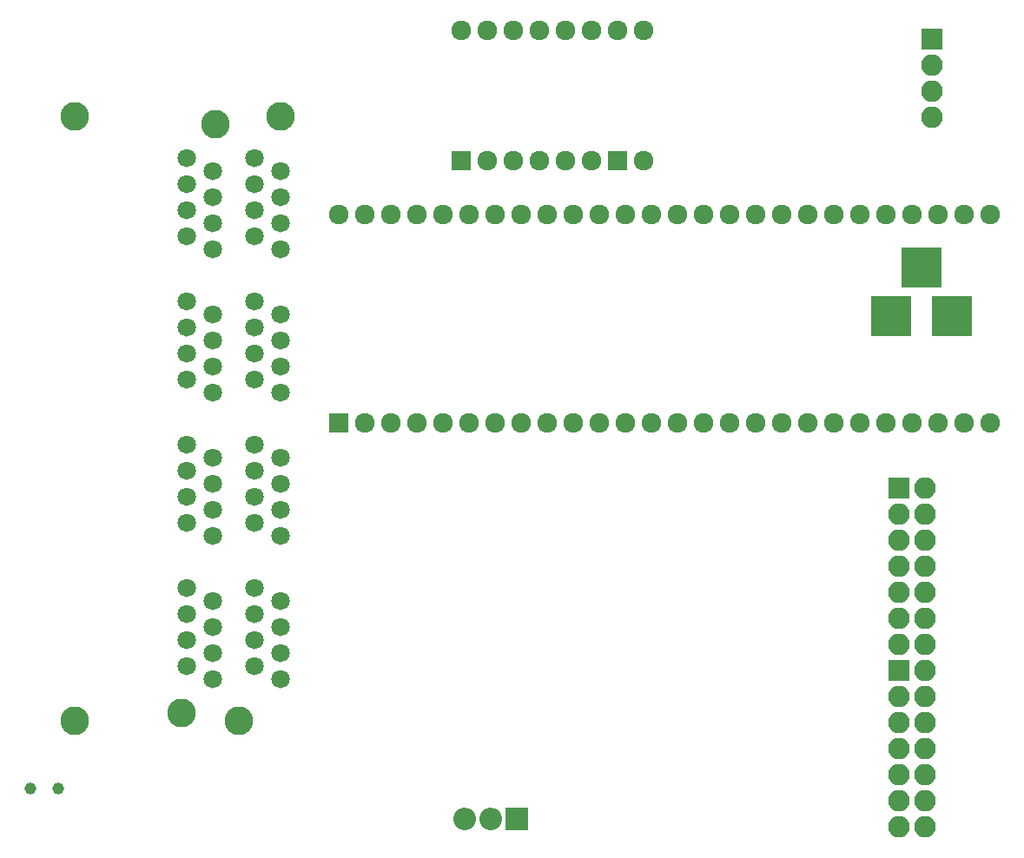
<source format=gbs>
G04 #@! TF.FileFunction,Soldermask,Bot*
%FSLAX46Y46*%
G04 Gerber Fmt 4.6, Leading zero omitted, Abs format (unit mm)*
G04 Created by KiCad (PCBNEW 4.0.6) date 11/13/18 16:30:56*
%MOMM*%
%LPD*%
G01*
G04 APERTURE LIST*
%ADD10C,0.100000*%
%ADD11R,1.924000X1.924000*%
%ADD12C,1.924000*%
%ADD13R,2.200000X2.200000*%
%ADD14O,2.200000X2.200000*%
%ADD15C,1.808000*%
%ADD16C,2.800000*%
%ADD17R,3.900000X3.900000*%
%ADD18R,2.100000X2.100000*%
%ADD19O,2.100000X2.100000*%
%ADD20C,1.150000*%
G04 APERTURE END LIST*
D10*
D11*
X149110000Y-54850000D03*
D12*
X151650000Y-54850000D03*
X154190000Y-54850000D03*
X156730000Y-54850000D03*
X159270000Y-54850000D03*
X161810000Y-54850000D03*
D11*
X164350000Y-54850000D03*
D12*
X166890000Y-54850000D03*
X166890000Y-42150000D03*
X164350000Y-42150000D03*
X161810000Y-42150000D03*
X159270000Y-42150000D03*
X156730000Y-42150000D03*
X154190000Y-42150000D03*
X151650000Y-42150000D03*
X149110000Y-42150000D03*
D13*
X154540000Y-119000000D03*
D14*
X152000000Y-119000000D03*
X149460000Y-119000000D03*
D15*
X131490000Y-63490000D03*
X128950000Y-62220000D03*
X131490000Y-60950000D03*
X128950000Y-59680000D03*
X131490000Y-58410000D03*
X128950000Y-57140000D03*
X131490000Y-55870000D03*
X128950000Y-54600000D03*
X124890000Y-63490000D03*
X122350000Y-62220000D03*
X124890000Y-60950000D03*
X122350000Y-59680000D03*
X124890000Y-58410000D03*
X122350000Y-57140000D03*
X124890000Y-55870000D03*
X122350000Y-54600000D03*
X131490000Y-77460000D03*
X128950000Y-76190000D03*
X131490000Y-74920000D03*
X128950000Y-73650000D03*
X131490000Y-72380000D03*
X128950000Y-71110000D03*
X131490000Y-69840000D03*
X128950000Y-68570000D03*
X124890000Y-77460000D03*
X122350000Y-76190000D03*
X124890000Y-74920000D03*
X122350000Y-73650000D03*
X124890000Y-72380000D03*
X122350000Y-71110000D03*
X124890000Y-69840000D03*
X122350000Y-68570000D03*
X131490000Y-105400000D03*
X128950000Y-104130000D03*
X131490000Y-102860000D03*
X128950000Y-101590000D03*
X131490000Y-100320000D03*
X128950000Y-99050000D03*
X131490000Y-97780000D03*
X128950000Y-96510000D03*
X124890000Y-105400000D03*
X122350000Y-104130000D03*
X124890000Y-102860000D03*
X122350000Y-101590000D03*
X124890000Y-100320000D03*
X122350000Y-99050000D03*
X124890000Y-97780000D03*
X122350000Y-96510000D03*
X131490000Y-91430000D03*
X128950000Y-90160000D03*
X131490000Y-88890000D03*
X128950000Y-87620000D03*
X131490000Y-86350000D03*
X128950000Y-85080000D03*
X131490000Y-83810000D03*
X128950000Y-82540000D03*
X124890000Y-91430000D03*
X122350000Y-90160000D03*
X124890000Y-88890000D03*
X122350000Y-87620000D03*
X124890000Y-86350000D03*
X122350000Y-85080000D03*
X124890000Y-83810000D03*
X122350000Y-82540000D03*
D16*
X111430000Y-109470000D03*
X121850000Y-108710000D03*
X127430000Y-109470000D03*
X111430000Y-50530000D03*
X125150000Y-51290000D03*
X131500000Y-50530000D03*
D11*
X137200000Y-80430000D03*
D12*
X139740000Y-80430000D03*
X142280000Y-80430000D03*
X144820000Y-80430000D03*
X147360000Y-80430000D03*
X149900000Y-80430000D03*
X152440000Y-80430000D03*
X154980000Y-80430000D03*
X157520000Y-80430000D03*
X160060000Y-80430000D03*
X162600000Y-80430000D03*
X165140000Y-80430000D03*
X167680000Y-80430000D03*
X170220000Y-80430000D03*
X172760000Y-80430000D03*
X175300000Y-80430000D03*
X177840000Y-80430000D03*
X180380000Y-80430000D03*
X182920000Y-80430000D03*
X185460000Y-80430000D03*
X188000000Y-80430000D03*
X190540000Y-80430000D03*
X193080000Y-80430000D03*
X195620000Y-80430000D03*
X198160000Y-80430000D03*
X200700000Y-80430000D03*
X198160000Y-60110000D03*
X195620000Y-60110000D03*
X193080000Y-60110000D03*
X190540000Y-60110000D03*
X188000000Y-60110000D03*
X185460000Y-60110000D03*
X182920000Y-60110000D03*
X180380000Y-60110000D03*
X177840000Y-60110000D03*
X175300000Y-60110000D03*
X172760000Y-60110000D03*
X170220000Y-60110000D03*
X167680000Y-60110000D03*
X165140000Y-60110000D03*
X162600000Y-60110000D03*
X160060000Y-60110000D03*
X157520000Y-60110000D03*
X154980000Y-60110000D03*
X152440000Y-60110000D03*
X149900000Y-60110000D03*
X147360000Y-60110000D03*
X144820000Y-60110000D03*
X142280000Y-60110000D03*
X139740000Y-60110000D03*
X137200000Y-60110000D03*
X200700000Y-60110000D03*
D17*
X191000000Y-70000000D03*
X197000000Y-70000000D03*
X194000000Y-65300000D03*
D18*
X191770000Y-104560000D03*
D19*
X194310000Y-104560000D03*
X191770000Y-107100000D03*
X194310000Y-107100000D03*
X191770000Y-109640000D03*
X194310000Y-109640000D03*
X191770000Y-112180000D03*
X194310000Y-112180000D03*
X191770000Y-114720000D03*
X194310000Y-114720000D03*
X191770000Y-117260000D03*
X194310000Y-117260000D03*
X191770000Y-119800000D03*
X194310000Y-119800000D03*
D18*
X191770000Y-86780000D03*
D19*
X194310000Y-86780000D03*
X191770000Y-89320000D03*
X194310000Y-89320000D03*
X191770000Y-91860000D03*
X194310000Y-91860000D03*
X191770000Y-94400000D03*
X194310000Y-94400000D03*
X191770000Y-96940000D03*
X194310000Y-96940000D03*
X191770000Y-99480000D03*
X194310000Y-99480000D03*
X191770000Y-102020000D03*
X194310000Y-102020000D03*
D18*
X195000000Y-42960000D03*
D19*
X195000000Y-45500000D03*
X195000000Y-48040000D03*
X195000000Y-50580000D03*
D20*
X109875000Y-116075000D03*
X107125000Y-116075000D03*
M02*

</source>
